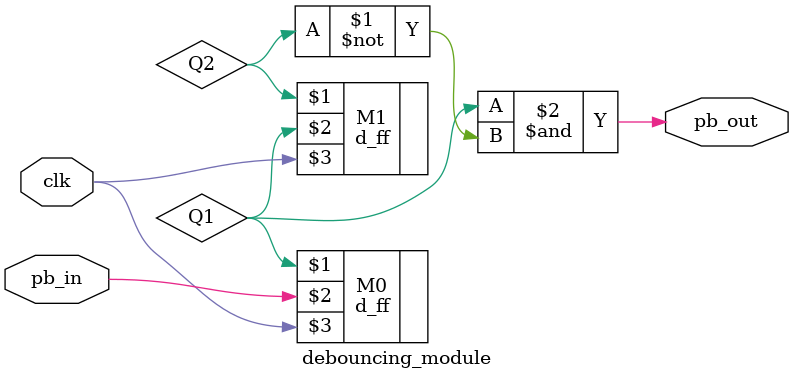
<source format=v>
`timescale 1ns / 1ps
module debouncing_module(
    output pb_out,                                                           // Digitalized signal output
    input  pb_in,                                                            // Analog signal input
    input  clk                                                               // Clock input
    );

    // Defining wires
    wire Q1, Q2;
    
    // Modules instances
    d_ff  M0(Q1, pb_in, clk);                                                // D-Flip Flop module
    d_ff  M1(Q2, Q1, clk);
    
    // Debounced signal output 
    assign pb_out = Q1 & ~Q2;
    
endmodule

</source>
